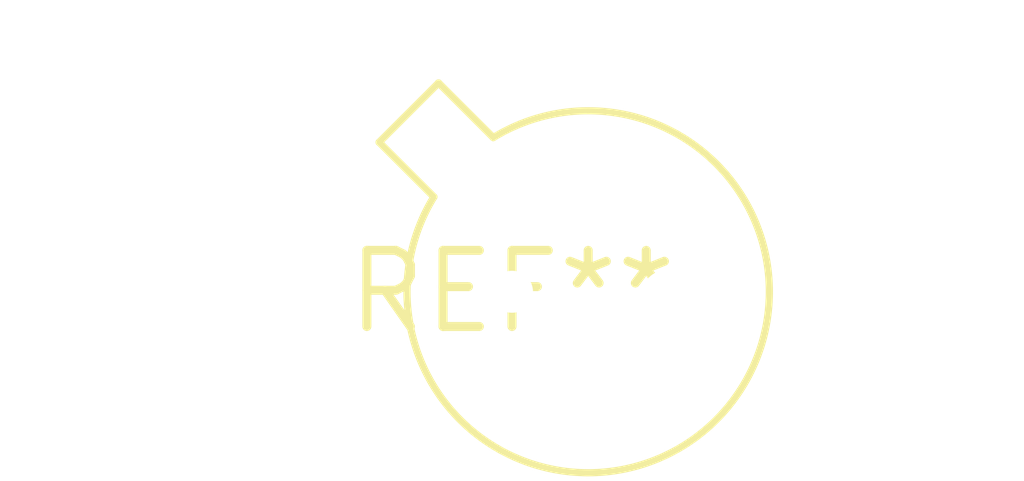
<source format=kicad_pcb>
(kicad_pcb (version 20240108) (generator pcbnew)
  (layers (0 "F.Cu" signal) (31 "B.Cu" signal) (34 "B.Paste" user) (35 "F.Paste" user) (36 "B.SilkS" user "B.Silkscreen") (37 "F.SilkS" user "F.Silkscreen") (38 "B.Mask" user) (39 "F.Mask" user) (44 "Edge.Cuts" user))
  (net 0 "")
  (footprint "TO-18-3_Window" (layer "F.Cu") (at 0 0)
    (property "Reference" "REF**")
    (property "Value" "TO-18-3_Window")
    (fp_line (start -2.214448 -2.494499) (end -1.302281 -1.582331) (layer "F.SilkS") (stroke (width 0.12)))
    (fp_line (start -1.224499 -3.484448) (end -2.214448 -2.494499) (layer "F.SilkS") (stroke (width 0.12)))
    (fp_line (start -0.312331 -2.572281) (end -1.224499 -3.484448) (layer "F.SilkS") (stroke (width 0.12)))
    (fp_arc (start -0.312331 -2.572281) (mid 3.405374 2.135551) (end -1.30215 -1.582544) (layer "F.SilkS") (stroke (width 0.12)))
    (pad "1" thru_hole oval (at 0 0) (size 1.6 1.2) (drill 0.7) (layers *.Cu *.Mask) (remove_unused_layers))
    (pad "2" thru_hole oval (at 1.27 1.27) (size 1.2 1.2) (drill 0.7) (layers *.Cu *.Mask) (remove_unused_layers))
    (pad "3" thru_hole oval (at 2.54 0) (size 1.2 1.2) (drill 0.7) (layers *.Cu *.Mask) (remove_unused_layers))
  )
)
</source>
